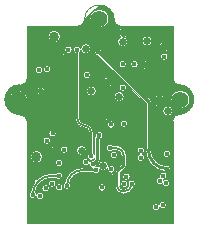
<source format=gbr>
G04 EasyPC Gerber Version 21.0.3 Build 4286 *
G04 #@! TF.Part,Single*
G04 #@! TF.FileFunction,Copper,L2,Inr *
G04 #@! TF.FilePolarity,Positive *
%FSLAX35Y35*%
%MOIN*%
%ADD10C,0.00001*%
%ADD18C,0.00600*%
%ADD17C,0.00800*%
%ADD19C,0.01000*%
%ADD16C,0.01100*%
G04 #@! TA.AperFunction,ViaPad*
%ADD12C,0.01700*%
%ADD14C,0.02000*%
%ADD13C,0.02600*%
%ADD15C,0.03400*%
G04 #@! TA.AperFunction,WasherPad*
%ADD11C,0.05500*%
X0Y0D02*
D02*
D10*
X63284Y41250D02*
G75*
G03X58284Y46250I-5000D01*
G01*
G75*
G02X56284Y48250J2000*
G01*
Y65750*
X38784*
G75*
G02X36784Y67750J2000*
G01*
G75*
G03X26784I-5000*
G01*
G75*
G02X24784Y65750I-2000*
G01*
X7784*
Y48250*
G75*
G02X5784Y46250I-2000*
G01*
X5284*
G75*
G03X250Y41216J-5034*
G01*
Y41216*
Y41215*
G75*
G03X5284Y36181I5034*
G01*
X5353*
G75*
G02X7784Y33750J-2431*
G01*
Y250*
X56284*
Y34250*
G75*
G02X58284Y36250I2000*
G01*
G75*
G03X63284Y41250J5000*
G01*
X40084Y65238D02*
G75*
G02X41572Y63750I-200J-1689D01*
G01*
X41169*
G75*
G03X40084Y64835I-1285J-200*
G01*
Y65238*
X42234Y53050D02*
G75*
G02X44734I1250D01*
G01*
G75*
G02X42234I-1250*
G01*
X45984Y60750D02*
G75*
G02X49384I1700D01*
G01*
G75*
G02X45984I-1700*
G01*
X46500Y52550D02*
G75*
G03X47584Y51465I1285J200D01*
G01*
Y51062*
G75*
G02X46096Y52550I200J1689*
G01*
X46500*
X46096Y52950D02*
G75*
G02X47584Y54438I1689J-200D01*
G01*
Y54035*
G75*
G03X46500Y52950I200J-1285*
G01*
X46096*
X49069Y52550D02*
X49472D01*
G75*
G02X47984Y51062I-1689J200*
G01*
Y51465*
G75*
G03X49069Y52550I-200J1285*
G01*
X47984Y54438D02*
G75*
G02X49472Y52950I-200J-1689D01*
G01*
X49069*
G75*
G03X47984Y54035I-1285J-200*
G01*
Y54438*
X50196Y40550D02*
G75*
G03X51684Y39062I1689J200D01*
G01*
Y38659*
G75*
G02X49794Y40550I200J2091*
G01*
X50196*
X49794Y40950D02*
G75*
G02X51684Y42841I2091J-200D01*
G01*
Y42438*
G75*
G03X50196Y40950I200J-1689*
G01*
X49794*
X52000Y58550D02*
G75*
G03X53084Y57465I1285J200D01*
G01*
Y57062*
G75*
G02X51596Y58550I200J1689*
G01*
X52000*
X53572Y40550D02*
X53975D01*
G75*
G02X52084Y38659I-2091J200*
G01*
Y39062*
G75*
G03X53572Y40550I-200J1689*
G01*
X52884Y37450D02*
G75*
G02X56284I1700D01*
G01*
G75*
G02X52884I-1700*
G01*
X53034Y23189D02*
G75*
G02X55534I1250D01*
G01*
G75*
G02X54559Y21969I-1250*
G01*
G75*
G02X55518Y20950I-275J-1219*
G01*
X55110*
G75*
G03X54484Y21576I-827J-201*
G01*
Y21955*
G75*
G02X54084I-200J1234*
G01*
Y21576*
G75*
G03X53458Y20950I201J-827*
G01*
X53050*
G75*
G02X54009Y21969I1234J-200*
G01*
G75*
G02X53034Y23189I275J1219*
G01*
X55110Y20550D02*
X55518D01*
G75*
G02X54484Y19516I-1234J200*
G01*
Y19924*
G75*
G03X55110Y20550I-201J827*
G01*
X53458D02*
G75*
G03X54084Y19924I827J201D01*
G01*
Y19516*
G75*
G02X53050Y20550I200J1234*
G01*
X53458*
X52084Y42841D02*
G75*
G02X53975Y40950I-200J-2091D01*
G01*
X53572*
G75*
G03X52084Y42438I-1689J-200*
G01*
Y42841*
X52134Y55550D02*
G75*
G02X54634I1250D01*
G01*
G75*
G02X52134I-1250*
G01*
X51596Y58950D02*
G75*
G02X53084Y60438I1689J-200D01*
G01*
Y60035*
G75*
G03X52000Y58950I200J-1285*
G01*
X51596*
X54569Y58550D02*
X54972D01*
G75*
G02X53484Y57062I-1689J200*
G01*
Y57465*
G75*
G03X54569Y58550I-200J1285*
G01*
X53484Y60438D02*
G75*
G02X54972Y58950I-200J-1689D01*
G01*
X54569*
G75*
G03X53484Y60035I-1285J-200*
G01*
Y60438*
X55634Y41250D02*
G75*
G02X61934I3150D01*
G01*
G75*
G02X55634I-3150*
G01*
X41169Y63350D02*
X41572D01*
G75*
G02X40516Y61972I-1689J200*
G01*
G75*
G02X41284Y60550I-932J-1422*
G01*
G75*
G02X37884I-1700*
G01*
G75*
G02X38952Y62128I1700*
G01*
G75*
G02X38196Y63350I932J1422*
G01*
X38600*
G75*
G03X39684Y62265I1285J200*
G01*
Y62247*
G75*
G02X40084Y62175I-101J-1697*
G01*
Y62265*
G75*
G03X41169Y63350I-200J1285*
G01*
X38334Y53050D02*
G75*
G02X40834I1250D01*
G01*
G75*
G02X38334I-1250*
G01*
X38196Y63750D02*
G75*
G02X39684Y65238I1689J-200D01*
G01*
Y64835*
G75*
G03X38600Y63750I200J-1285*
G01*
X38196*
X28634Y68250D02*
G75*
G02X34934I3150D01*
G01*
G75*
G02X28634I-3150*
G01*
X53540Y19254D02*
G75*
G02X55534Y18250I744J-1004D01*
G01*
G75*
G02X53413Y17354I-1250*
G01*
G75*
G02X47234Y24350I872J6996*
G01*
Y39957*
X31491Y55700*
G75*
G02X30234Y56950I-7J1250*
G01*
G75*
G02X32716Y57161I1250*
G01*
X48856Y41022*
G75*
G02X49134Y40350I-673J-672*
G01*
Y24350*
Y24350*
G75*
G03X53540Y19254I5150*
G01*
X51639Y6157D02*
G75*
G02X54134Y6050I1245J-107D01*
G01*
G75*
G02X51930Y5243I-1250*
G01*
G75*
G02X49434Y5350I-1245J107*
G01*
G75*
G02X51639Y6157I1250*
G01*
X53101Y14335D02*
G75*
G02X55234Y13450I883J-885D01*
G01*
G75*
G02X52767Y13165I-1250*
G01*
G75*
G02X50634Y14050I-883J885*
G01*
G75*
G02X51963Y15298I1250*
G01*
G75*
G02X51834Y15850I1121J552*
G01*
G75*
G02X54334I1250*
G01*
G75*
G02X53006Y14602I-1250*
G01*
G75*
G02X53101Y14335I-1120J-552*
G01*
X33500Y46939D02*
G75*
G03X34584Y45854I1285J200D01*
G01*
Y45451*
G75*
G02X33096Y46939I200J1689*
G01*
X33500*
X34258Y35128D02*
G75*
G03X34884Y34502I827J201D01*
G01*
Y34094*
G75*
G02X33850Y35128I200J1234*
G01*
X34258*
X41334Y13150D02*
G75*
G02X43834I1250D01*
G01*
G75*
G02X43200Y12062I-1250J0*
G01*
G75*
G02X40084Y9850I-3115J1088*
G01*
X39484*
G75*
G02X36984Y12350J2500*
G01*
Y17050*
G75*
G02X37219Y17616I801J0*
G01*
X39184Y19581*
Y22450*
G75*
G03X37284Y24350I-1900*
G01*
X36345*
G75*
G02X34134Y25150I-961J800*
G01*
G75*
G02X36345Y25950I1250*
G01*
X37284*
G75*
G02X40784Y22450J-3500*
G01*
Y19250*
G75*
G02X40550Y18684I-801J0*
G01*
X38584Y16719*
Y12350*
G75*
G03X39484Y11450I900*
G01*
X40084*
G75*
G03X41600Y12380I0J1700*
G01*
G75*
G02X41334Y13150I985J770*
G01*
X40434Y14350D02*
G75*
G02X41334Y13150I-350J-1200D01*
G01*
G75*
G02X38834I-1250*
G01*
G75*
G02X40434Y14350I1250*
G01*
X39534Y15550D02*
G75*
G02X42034I1250D01*
G01*
G75*
G02X40434Y14350I-1250*
G01*
G75*
G02X39534Y15550I350J1200*
G01*
X35334Y22750D02*
G75*
G02X37834I1250D01*
G01*
G75*
G02X35334I-1250*
G01*
X35619Y34198D02*
G75*
G02X36934Y32950I65J-1248D01*
G01*
G75*
G02X34434I-1250*
G01*
G75*
G02X35284Y34134I1250*
G01*
Y34502*
G75*
G03X35910Y35128I-201J827*
G01*
X36318*
G75*
G02X35619Y34198I-1234J200*
G01*
X33850Y35528D02*
G75*
G02X34884Y36562I1234J-200D01*
G01*
Y36154*
G75*
G03X34258Y35528I201J-827*
G01*
X33850*
X33096Y47339D02*
G75*
G02X34584Y48827I1689J-200D01*
G01*
Y48424*
G75*
G03X33500Y47339I200J-1285*
G01*
X33096*
X36069Y46939D02*
X36472D01*
G75*
G02X34984Y45451I-1689J200*
G01*
Y45854*
G75*
G03X36069Y46939I-200J1285*
G01*
X35284Y36562D02*
G75*
G02X36318Y35528I-200J-1234D01*
G01*
X35910*
G75*
G03X35284Y36154I-827J-201*
G01*
Y36562*
X34984Y48827D02*
G75*
G02X36472Y47339I-200J-1689D01*
G01*
X36069*
G75*
G03X34984Y48424I-1285J-200*
G01*
Y48827*
X36684Y42250D02*
G75*
G02X40084I1700D01*
G01*
G75*
G02X36684I-1700*
G01*
X38734Y33250D02*
G75*
G02X41234I1250D01*
G01*
G75*
G02X38734I-1250*
G01*
X38334Y45250D02*
G75*
G02X40834I1250D01*
G01*
G75*
G02X38334I-1250*
G01*
X42458Y15450D02*
G75*
G03X43084Y14824I827J201D01*
G01*
Y14416*
G75*
G02X42050Y15450I200J1234*
G01*
X42458*
X42050Y15850D02*
G75*
G02X43084Y16884I1234J-200D01*
G01*
Y16476*
G75*
G03X42458Y15850I201J-827*
G01*
X42050*
X44110Y15450D02*
X44518D01*
G75*
G02X43484Y14416I-1234J200*
G01*
Y14824*
G75*
G03X44110Y15450I-201J827*
G01*
X43484Y16884D02*
G75*
G02X44518Y15850I-200J-1234D01*
G01*
X44110*
G75*
G03X43484Y16476I-827J-201*
G01*
Y16884*
X44334Y24250D02*
G75*
G02X46834I1250D01*
G01*
G75*
G02X45934Y23050I-1250*
G01*
G75*
G02X46834Y21850I-350J-1200*
G01*
G75*
G02X44334I-1250*
G01*
G75*
G02X45234Y23050I1250*
G01*
G75*
G02X44334Y24250I350J1200*
G01*
X17324Y16650D02*
G75*
G02X19534Y15850I961J-800D01*
G01*
G75*
G02X17324Y15050I-1250*
G01*
X15884*
G75*
G03X10457Y10444I0J-5500*
G01*
G75*
G02X10831Y9633I-873J-894*
G01*
G75*
G02X13234Y9150I1153J-483*
G01*
G75*
G02X10737Y9067I-1250*
G01*
G75*
G02X8334Y9550I-1153J483*
G01*
G75*
G02X8857Y10567I1250*
G01*
G75*
G02X10272Y13899I7027J-1017*
G01*
G75*
G02X9984Y13816I-488J1152*
G01*
Y14224*
G75*
G03X10610Y14850I-201J827*
G01*
X11018*
G75*
G02X10979Y14683I-1233J201*
G01*
G75*
G02X15884Y16650I4905J-5133*
G01*
X17324*
X12634Y11650D02*
G75*
G02X15134I1250D01*
G01*
G75*
G02X12634I-1250*
G01*
X14834Y13250D02*
G75*
G02X17334I1250D01*
G01*
G75*
G02X14834I-1250*
G01*
X17134Y11950D02*
G75*
G02X19634I1250D01*
G01*
G75*
G02X17134I-1250*
G01*
X8958Y14850D02*
G75*
G03X9584Y14224I827J201D01*
G01*
Y13816*
G75*
G02X8550Y14850I200J1234*
G01*
X8958*
X8550Y15250D02*
G75*
G02X9584Y16284I1234J-200D01*
G01*
Y15876*
G75*
G03X8958Y15250I201J-827*
G01*
X8550*
X8684Y22150D02*
G75*
G02X12884I2100D01*
G01*
G75*
G02X8684I-2100*
G01*
X9984Y16284D02*
G75*
G02X11018Y15250I-200J-1234D01*
G01*
X10610*
G75*
G03X9984Y15876I-827J-201*
G01*
Y16284*
X10434Y51150D02*
G75*
G02X12934I1250D01*
G01*
G75*
G02X10434I-1250*
G01*
X11304Y43850D02*
G75*
G03X12084Y43070I981J201D01*
G01*
Y42664*
G75*
G02X10898Y43850I200J1385*
G01*
X11304*
X10898Y44250D02*
G75*
G02X12084Y45436I1385J-200D01*
G01*
Y45030*
G75*
G03X11304Y44250I201J-981*
G01*
X10898*
X13264Y43850D02*
X13670D01*
G75*
G02X12484Y42664I-1385J200*
G01*
Y43070*
G75*
G03X13264Y43850I-201J981*
G01*
X13034Y27550D02*
G75*
G02X15534I1250D01*
G01*
G75*
G02X13034I-1250*
G01*
X12484Y45436D02*
G75*
G02X13670Y44250I-200J-1385D01*
G01*
X13264*
G75*
G03X12484Y45030I-981J-201*
G01*
Y45436*
X13134Y51350D02*
G75*
G02X15634I1250D01*
G01*
G75*
G02X13134I-1250*
G01*
X14934Y29950D02*
G75*
G02X17434I1250D01*
G01*
G75*
G02X14934I-1250*
G01*
X16258Y24350D02*
G75*
G03X16884Y23724I827J201D01*
G01*
Y23316*
G75*
G02X15850Y24350I200J1234*
G01*
X16258*
X15850Y24750D02*
G75*
G02X16884Y25784I1234J-200D01*
G01*
Y25376*
G75*
G03X16258Y24750I201J-827*
G01*
X15850*
X17134Y20150D02*
G75*
G02X19634I1250D01*
G01*
G75*
G02X17134I-1250*
G01*
X17910Y24350D02*
X18318D01*
G75*
G02X17284Y23316I-1234J200*
G01*
Y23724*
G75*
G03X17910Y24350I-201J827*
G01*
X17284Y25784D02*
G75*
G02X18318Y24750I-200J-1234D01*
G01*
X17910*
G75*
G03X17284Y25376I-827J-201*
G01*
Y25784*
X14684Y62250D02*
G75*
G02X18884I2100D01*
G01*
G75*
G02X14684I-2100*
G01*
X18158Y56850D02*
G75*
G03X18784Y56224I827J201D01*
G01*
Y55816*
G75*
G02X17750Y56850I200J1234*
G01*
X18158*
X17750Y57250D02*
G75*
G02X18784Y58284I1234J-200D01*
G01*
Y57876*
G75*
G03X18158Y57250I201J-827*
G01*
X17750*
X18834Y24550D02*
G75*
G02X21334I1250D01*
G01*
G75*
G02X18834I-1250*
G01*
X34729Y18720D02*
G75*
G02X37034Y18050I1055J-670D01*
G01*
G75*
G02X35948Y16811I-1250*
G01*
G75*
G02X36718Y15850I-464J-1161*
G01*
X36310*
G75*
G03X35684Y16476I-827J-201*
G01*
Y16804*
G75*
G02X34534Y18050I100J1246*
G01*
G75*
G02X34561Y18308I1250J1*
G01*
G75*
G02X31924Y17907I-1477J842*
G01*
G75*
G02X31934Y17750I-1239J-157*
G01*
G75*
G02X29724Y16950I-1250*
G01*
X26184*
G75*
G03X21873Y13429I0J-4400*
G01*
G75*
G02X22234Y12550I-889J-879*
G01*
G75*
G02X19734I-1250*
G01*
G75*
G02X20273Y13578I1250*
G01*
G75*
G02X26184Y18550I5912J-1028*
G01*
X29234*
G75*
G02X28337Y19675I350J1200*
G01*
G75*
G02X26034Y20350I-1052J675*
G01*
G75*
G02X28532Y20425I1250*
G01*
G75*
G02X29659Y20998I1052J-675*
G01*
X30084Y21422*
Y21540*
G75*
G02X27834Y22290I-1000J750*
G01*
G75*
G02X28384Y23326I1250*
G01*
Y30250*
G75*
G03X26684Y31950I-1700*
G01*
G75*
G02X23684Y34950J3000*
G01*
Y56815*
G75*
G02X23134Y57850I700J1035*
G01*
G75*
G02X25585Y58198I1250*
G01*
G75*
G02X28984Y58150I1699J-48*
G01*
G75*
G02X25631Y57756I-1700*
G01*
G75*
G02X25084Y56815I-1246J94*
G01*
Y34950*
Y34950*
G75*
G03X26684Y33350I1600*
G01*
G75*
G02X29784Y30250J-3100*
G01*
Y30250*
Y23326*
G75*
G02X30084Y23040I-700J-1035*
G01*
Y28450*
Y28450*
G75*
G02X30348Y29086I898*
G01*
X30537Y29275*
G75*
G02X30534Y29350I1246J77*
G01*
G75*
G02X33034I1250*
G01*
G75*
G02X31913Y28107I-1250*
G01*
X31884Y28078*
Y21050*
Y21050*
G75*
G02X31620Y20414I-898*
G01*
X30828Y19621*
G75*
G02X30581Y18996I-1243J129*
G01*
G75*
G02X31431Y18752I103J-1246*
G01*
G75*
G02X31384Y19150I1653J398*
G01*
G75*
G02X34784I1700*
G01*
G75*
G02X34729Y18720I-1700J-1*
G01*
X24162Y24250D02*
G75*
G02X27562I1700D01*
G01*
G75*
G02X24162I-1700*
G01*
X26334Y49450D02*
G75*
G02X28834I1250D01*
G01*
G75*
G02X26334I-1250*
G01*
X27384Y44050D02*
G75*
G02X30784I1700D01*
G01*
G75*
G02X27384I-1700*
G01*
X27958Y46939D02*
G75*
G03X28584Y46313I827J201D01*
G01*
Y45905*
G75*
G02X27550Y46939I200J1234*
G01*
X27958*
X27550Y47339D02*
G75*
G02X28584Y48373I1234J-200D01*
G01*
Y47965*
G75*
G03X27958Y47339I201J-827*
G01*
X27550*
X29610Y46939D02*
X30018D01*
G75*
G02X28984Y45905I-1234J200*
G01*
Y46313*
G75*
G03X29610Y46939I-201J827*
G01*
X28984Y48373D02*
G75*
G02X30018Y47339I-200J-1234D01*
G01*
X29610*
G75*
G03X28984Y47965I-827J-201*
G01*
Y48373*
X36310Y15450D02*
X36718D01*
G75*
G02X35684Y14416I-1234J200*
G01*
Y14824*
G75*
G03X36310Y15450I-201J827*
G01*
X34658D02*
G75*
G03X35284Y14824I827J201D01*
G01*
Y14416*
G75*
G02X34250Y15450I200J1234*
G01*
X34658*
X34250Y15850D02*
G75*
G02X35284Y16884I1234J-200D01*
G01*
Y16476*
G75*
G03X34658Y15850I201J-827*
G01*
X34250*
X31434Y11950D02*
G75*
G02X33934I1250D01*
G01*
G75*
G02X31434I-1250*
G01*
X27410Y11750D02*
X27818D01*
G75*
G02X26784Y10716I-1234J200*
G01*
Y11124*
G75*
G03X27410Y11750I-201J827*
G01*
X26784Y13184D02*
G75*
G02X27818Y12150I-200J-1234D01*
G01*
X27410*
G75*
G03X26784Y12776I-827J-201*
G01*
Y13184*
X25758Y11750D02*
G75*
G03X26384Y11124I827J201D01*
G01*
Y10716*
G75*
G02X25350Y11750I200J1234*
G01*
X25758*
X25350Y12150D02*
G75*
G02X26384Y13184I1234J-200D01*
G01*
Y12776*
G75*
G03X25758Y12150I201J-827*
G01*
X25350*
X19810Y56850D02*
X20218D01*
G75*
G02X19184Y55816I-1234J200*
G01*
Y56224*
G75*
G03X19810Y56850I-201J827*
G01*
X19184Y58284D02*
G75*
G02X20218Y57250I-200J-1234D01*
G01*
X19810*
G75*
G03X19184Y57876I-827J-201*
G01*
Y58284*
X20234Y57850D02*
G75*
G02X22734I1250D01*
G01*
G75*
G02X20234I-1250*
G01*
X2041Y41050D02*
G75*
G03X4584Y38507I2743J200D01*
G01*
Y38106*
G75*
G02X1641Y41050I200J3143*
G01*
X2041*
X1641Y41450D02*
G75*
G02X4584Y44394I3143J-200D01*
G01*
Y43993*
G75*
G03X2041Y41450I200J-2743*
G01*
X1641*
X7527Y41050D02*
X7928D01*
G75*
G02X4984Y38106I-3143J200*
G01*
Y38507*
G75*
G03X7527Y41050I-200J2743*
G01*
X4984Y44394D02*
G75*
G02X7928Y41450I-200J-3143D01*
G01*
X7527*
G75*
G03X4984Y43993I-2743J-200*
G01*
Y44394*
X56284Y5700D02*
G36*
X54084D01*
G75*
G02X51930Y5243I-1200J350*
G01*
G75*
G02X49434Y5350I-1245J107*
G01*
G75*
G02X49484Y5700I1250*
G01*
X7784*
Y250*
X56284*
Y5700*
G37*
Y11650D02*
G36*
X43024D01*
G75*
G02X40084Y9850I-2939J1500*
G01*
X39484*
G75*
G02X37084Y11650J2500*
G01*
X33898*
G75*
G02X31471I-1213J300*
G01*
X27798*
G75*
G02X26784Y10716I-1213J300*
G01*
Y11124*
G75*
G03X27379Y11650I-201J827*
G01*
X25789*
G75*
G03X26384Y11124I796J301*
G01*
Y10716*
G75*
G02X25371Y11650I200J1234*
G01*
X21852*
G75*
G02X20117I-867J900*
G01*
X19598*
G75*
G02X17171I-1213J300*
G01*
X15134*
G75*
G02X12634I-1250*
G01*
X10801*
G75*
G03X10457Y10444I5084J-2101*
G01*
G75*
G02X10831Y9633I-874J-895*
G01*
G75*
G02X13234Y9150I1153J-483*
G01*
G75*
G02X10737Y9067I-1250*
G01*
G75*
G02X8334Y9550I-1153J483*
G01*
G75*
G02X8857Y10567I1251J-1*
G01*
G75*
G02X9102Y11650I7022J-1016*
G01*
X7784*
Y5700*
X49484*
G75*
G02X51639Y6157I1200J-350*
G01*
G75*
G02X54134Y6050I1245J-107*
G01*
G75*
G02X54084Y5700I-1250*
G01*
X56284*
Y11650*
G37*
X40884D02*
G36*
X38919D01*
G75*
G03X39484Y11450I566J700*
G01*
X40084*
G75*
G03X40884Y11650I0J1700*
G01*
G37*
X9765Y13150D02*
G36*
X7784D01*
Y11650*
X9102*
G75*
G02X9765Y13150I6778J-2098*
G01*
G37*
X17171Y11650D02*
G36*
G75*
G02X17134Y11950I1213J300D01*
G01*
G75*
G02X18034Y13150I1250*
G01*
X17330*
G75*
G02X14838I-1246J100*
G01*
X11726*
G75*
G03X10801Y11650I4159J-3600*
G01*
X12634*
G75*
G02X15134I1250*
G01*
X17171*
G37*
X19888Y13150D02*
G36*
X18734D01*
G75*
G02X19634Y11950I-350J-1200*
G01*
G75*
G02X19598Y11650I-1250J0*
G01*
X20117*
G75*
G02X19734Y12550I867J900*
G01*
G75*
G02X19888Y13150I1251J0*
G01*
G37*
X31471Y11650D02*
G36*
G75*
G02X31434Y11950I1213J300D01*
G01*
G75*
G02X32334Y13150I1250*
G01*
X26934*
G75*
G02X27818Y12150I-350J-1200*
G01*
X27410*
G75*
G03X26784Y12776I-827J-201*
G01*
Y13150*
X26384*
Y12776*
G75*
G03X25758Y12150I201J-827*
G01*
X25350*
G75*
G02X26234Y13150I1234J-200*
G01*
X22081*
G75*
G02X22234Y12551I-1095J-599*
G01*
G75*
G02Y12550I-1410J0*
G01*
G75*
G02X21852Y11650I-1250*
G01*
X25371*
G75*
G02X25350Y11750I1214J300*
G01*
X25758*
G75*
G03X25789Y11650I827J202*
G01*
X27379*
G75*
G03X27410Y11750I-796J302*
G01*
X27818*
G75*
G02X27798Y11650I-1234J200*
G01*
X31471*
G37*
X37084D02*
G36*
G75*
G02X36984Y12350I2400J700D01*
G01*
Y13150*
X33034*
G75*
G02X33934Y11950I-350J-1200*
G01*
G75*
G02X33898Y11650I-1250J0*
G01*
X37084*
G37*
X40884D02*
G36*
G75*
G03X41600Y12380I-800J1500D01*
G01*
G75*
G02X41334Y13150I985J770*
G01*
G75*
G02X38834I-1250*
G01*
X38584*
Y12350*
G75*
G03X38919Y11650I900*
G01*
X40884*
G37*
X56284Y13150D02*
G36*
X55198D01*
G75*
G02X52771I-1213J300*
G01*
X52752*
G75*
G02X51017I-868J900*
G01*
X43834*
G75*
G02X43200Y12062I-1251J1*
G01*
G75*
G02X43024Y11650I-3115J1087*
G01*
X56284*
Y13150*
G37*
X10534Y14650D02*
G36*
X9035D01*
G75*
G03X9584Y14224I751J401*
G01*
Y13816*
G75*
G02X8600Y14650I200J1234*
G01*
X7784*
Y13150*
X9765*
G75*
G02X10272Y13899I6115J-3598*
G01*
G75*
G02X9984Y13816I-483J1133*
G01*
Y14224*
G75*
G03X10534Y14650I-201J827*
G01*
G37*
X20564D02*
G36*
X18635D01*
G75*
G02X17934I-350J1200*
G01*
X13826*
G75*
G03X11726Y13150I2059J-5101*
G01*
X14838*
G75*
G02X14834Y13250I1246J99*
G01*
G75*
G02X17334I1250*
G01*
G75*
G02X17330Y13150I-1250J-1*
G01*
X18034*
G75*
G02X18734I350J-1200*
G01*
X19888*
G75*
G02X20273Y13578I1097J-600*
G01*
G75*
G02X20564Y14650I5911J-1029*
G01*
G37*
X36984D02*
G36*
X36234D01*
G75*
G02X35684Y14416I-750J1000*
G01*
Y14650*
X35284*
Y14416*
G75*
G02X34734Y14650I200J1234*
G01*
X22317*
G75*
G03X21873Y13429I3866J-2099*
G01*
G75*
G02X22081Y13150I-887J-879*
G01*
X26234*
G75*
G02X26384Y13184I350J-1201*
G01*
Y13150*
X26784*
Y13184*
G75*
G02X26934Y13150I-200J-1235*
G01*
X32334*
G75*
G02X33034I350J-1200*
G01*
X36984*
Y14650*
G37*
X50788D02*
G36*
X44034D01*
G75*
G02X43484Y14416I-750J1000*
G01*
Y14650*
X43084*
Y14416*
G75*
G02X42534Y14650I200J1234*
G01*
X41652*
G75*
G02X40434Y14350I-867J900*
G01*
G75*
G02X39917Y14650I350J1200*
G01*
X38584*
Y13150*
X38834*
G75*
G02X40434Y14350I1250*
G01*
G75*
G02X41334Y13150I-350J-1200*
G01*
G75*
G02X43834I1250*
G01*
X51017*
G75*
G02X50634Y14050I868J900*
G01*
G75*
G02X50788Y14650I1250J0*
G01*
G37*
X53633D02*
G36*
X53435D01*
G75*
G02X53006Y14602I-350J1200*
G01*
G75*
G02X53101Y14335I-1121J-552*
G01*
G75*
G02X53633Y14650I883J-885*
G01*
G37*
X52771Y13150D02*
G36*
G75*
G02X52767Y13165I1214J295D01*
G01*
G75*
G02X52752Y13150I-883J891*
G01*
X52771*
G37*
X56284Y14650D02*
G36*
X54335D01*
G75*
G02X55234Y13450I-351J-1200*
G01*
G75*
G02X55198Y13150I-1250J0*
G01*
X56284*
Y14650*
G37*
X17934D02*
G36*
G75*
G02X17324Y15050I350J1200D01*
G01*
X15884*
G75*
G03X13826Y14650I0J-5501*
G01*
X17934*
G37*
X12454Y15767D02*
G36*
X10808D01*
G75*
G02X11018Y15250I-1024J-717*
G01*
X10610*
G75*
G03X10240Y15767I-827J-201*
G01*
X9328*
G75*
G03X8958Y15250I457J-718*
G01*
X8550*
G75*
G02X8760Y15767I1234J-200*
G01*
X7784*
Y14650*
X8600*
G75*
G02X8550Y14850I1184J400*
G01*
X8958*
G75*
G03X9035Y14650I827J201*
G01*
X10534*
G75*
G03X10610Y14850I-751J401*
G01*
X11018*
G75*
G02X10979Y14683I-1201J193*
G01*
G75*
G02X12454Y15767I4904J-5131*
G01*
G37*
X21119D02*
G36*
X19531D01*
G75*
G02X18635Y14650I-1247J83*
G01*
X20564*
G75*
G02X21119Y15767I5621J-2099*
G01*
G37*
X36984D02*
G36*
X23182D01*
G75*
G03X22317Y14650I3001J-3216*
G01*
X34734*
G75*
G02X34250Y15450I750J1000*
G01*
X34658*
G75*
G03X35284Y14824I827J201*
G01*
Y14650*
X35684*
Y14824*
G75*
G03X36310Y15450I-201J827*
G01*
X36718*
G75*
G02X36234Y14650I-1234J200*
G01*
X36984*
Y15767*
G37*
X39553D02*
G36*
X38584D01*
Y14650*
X39917*
G75*
G02X39534Y15550I867J900*
G01*
G75*
G02X39553Y15767I1250J0*
G01*
G37*
X51837D02*
G36*
X42015D01*
G75*
G02X42034Y15550I-1231J-217*
G01*
G75*
G02X41652Y14650I-1250*
G01*
X42534*
G75*
G02X42050Y15450I750J1000*
G01*
X42458*
G75*
G03X43084Y14824I827J201*
G01*
Y14650*
X43484*
Y14824*
G75*
G03X44110Y15450I-201J827*
G01*
X44518*
G75*
G02X44034Y14650I-1234J200*
G01*
X50788*
G75*
G02X51963Y15298I1096J-600*
G01*
G75*
G02X51837Y15767I1124J553*
G01*
G37*
X56284D02*
G36*
X54331D01*
G75*
G02X53435Y14650I-1247J83*
G01*
X53633*
G75*
G02X54335I351J-1200*
G01*
X56284*
Y15767*
G37*
X12454D02*
G36*
G75*
G02X13899Y16367I3429J-6217D01*
G01*
X7784*
Y15767*
X8760*
G75*
G02X9584Y16284I1024J-717*
G01*
Y15876*
G75*
G03X9328Y15767I201J-827*
G01*
X10240*
G75*
G03X9984Y15876I-457J-718*
G01*
Y16284*
G75*
G02X10808Y15767I-200J-1234*
G01*
X12454*
G37*
X21555Y16367D02*
G36*
X19422D01*
G75*
G02X19534Y15850I-1139J-517*
G01*
G75*
G02X19531Y15767I-1252*
G01*
X21119*
G75*
G02X21555Y16367I5065J-3218*
G01*
G37*
X36984D02*
G36*
X36508D01*
G75*
G02X36718Y15850I-1024J-717*
G01*
X36310*
G75*
G03X35940Y16367I-827J-201*
G01*
X35028*
G75*
G03X34658Y15850I457J-718*
G01*
X34250*
G75*
G02X34460Y16367I1234J-200*
G01*
X23994*
G75*
G03X23182Y15767I2189J-3815*
G01*
X36984*
Y16367*
G37*
X39553Y15767D02*
G36*
G75*
G02X39838Y16367I1231J-217D01*
G01*
X38584*
Y15767*
X39553*
G37*
X51837D02*
G36*
G75*
G02X51834Y15850I1250J83D01*
G01*
G75*
G02X51946Y16367I1250*
G01*
X44308*
G75*
G02X44518Y15850I-1024J-717*
G01*
X44110*
G75*
G03X43740Y16367I-827J-201*
G01*
X42828*
G75*
G03X42458Y15850I457J-718*
G01*
X42050*
G75*
G02X42260Y16367I1234J-200*
G01*
X41730*
G75*
G02X42015Y15767I-946J-817*
G01*
X51837*
G37*
X56284Y16367D02*
G36*
X54222D01*
G75*
G02X54334Y15850I-1138J-517*
G01*
G75*
G02X54331Y15767I-1250*
G01*
X56284*
Y16367*
G37*
Y20033D02*
G36*
X55308D01*
G75*
G02X54484Y19516I-1024J717*
G01*
Y19924*
G75*
G03X54740Y20033I-201J827*
G01*
X53828*
G75*
G03X54084Y19924I457J718*
G01*
Y19516*
G75*
G02X53260Y20033I200J1234*
G01*
X51475*
G75*
G03X53540Y19254I2808J4317*
G01*
G75*
G02X55534Y18250I745J-1004*
G01*
Y18250*
G75*
G02X53413Y17354I-1250*
G01*
G75*
G02X48710Y20033I872J6996*
G01*
X40784*
Y19250*
G75*
G02X40550Y18684I-801J0*
G01*
X38584Y16719*
Y16367*
X39838*
G75*
G02X41730I946J-817*
G01*
X42260*
G75*
G02X43084Y16884I1024J-717*
G01*
Y16476*
G75*
G03X42828Y16367I201J-827*
G01*
X43740*
G75*
G03X43484Y16476I-457J-718*
G01*
Y16884*
G75*
G02X44308Y16367I-200J-1234*
G01*
X51946*
G75*
G02X54222I1138J-517*
G01*
X56284*
Y20033*
G37*
X26075D02*
G36*
X19629D01*
G75*
G02X17140I-1244J117*
G01*
X7784*
Y16367*
X13899*
G75*
G02X15884Y16650I1985J-6815*
G01*
X17324*
G75*
G02X19422Y16367I961J-800*
G01*
X21555*
G75*
G02X26184Y18550I4630J-3817*
G01*
X29234*
G75*
G02X28337Y19675I350J1200*
G01*
G75*
G02X26075Y20033I-1052J675*
G01*
G37*
X31631D02*
G36*
X31240D01*
X30828Y19621*
G75*
G02X30581Y18996I-1240J128*
G01*
G75*
G02X31431Y18752I104J-1245*
G01*
G75*
G02X31384Y19149I1647J397*
G01*
G75*
G02Y19150I2051J0*
G01*
G75*
G02X31631Y20033I1700*
G01*
G37*
X35940Y16367D02*
G36*
G75*
G03X35684Y16476I-457J-718D01*
G01*
Y16804*
G75*
G02X34534Y18050I100J1246*
G01*
Y18050*
G75*
G02X34561Y18308I1255*
G01*
G75*
G02X31924Y17907I-1477J841*
G01*
G75*
G02X31934Y17753I-1198J-154*
G01*
G75*
G02Y17750I-1203J-2*
G01*
G75*
G02X29724Y16950I-1250*
G01*
X26184*
G75*
G03X23994Y16367I-1J-4399*
G01*
X34460*
G75*
G02X35284Y16884I1024J-717*
G01*
Y16476*
G75*
G03X35028Y16367I201J-827*
G01*
X35940*
G37*
X39184Y20033D02*
G36*
X34537D01*
G75*
G02X34784Y19150I-1453J-883*
G01*
Y19150*
G75*
G02X34729Y18720I-1701*
G01*
G75*
G02X37034Y18050I1055J-670*
G01*
Y18050*
G75*
G02X35948Y16811I-1250*
G01*
G75*
G02X36508Y16367I-463J-1161*
G01*
X36984*
Y17050*
G75*
G02X37219Y17616I801J0*
G01*
X39184Y19581*
Y20033*
G37*
X27901Y22694D02*
G36*
X26547D01*
G75*
G02X25177I-685J1556*
G01*
X12813*
G75*
G02X12884Y22150I-2028J-544*
G01*
G75*
G02X8684I-2100*
G01*
G75*
G02X8756Y22694I2100J0*
G01*
X7784*
Y20033*
X17140*
G75*
G02X17134Y20150I1244J117*
G01*
G75*
G02X19634I1250*
G01*
G75*
G02X19629Y20033I-1250J0*
G01*
X26075*
G75*
G02X26034Y20350I1209J317*
G01*
G75*
G02X28532Y20425I1250*
G01*
G75*
G02X29659Y20998I1052J-676*
G01*
X30084Y21422*
Y21540*
G75*
G02X27834Y22290I-1000J750*
G01*
G75*
G02X27901Y22694I1250J0*
G01*
G37*
X39184Y20033D02*
G36*
Y22450D01*
G75*
G03X39169Y22694I-1900*
G01*
X37833*
G75*
G02X35335I-1249J56*
G01*
X31884*
Y21050*
Y21050*
G75*
G02X31620Y20414I-898*
G01*
X31240Y20033*
X31631*
G75*
G02X34537I1453J-883*
G01*
X39184*
G37*
X48710D02*
G36*
G75*
G02X47431Y22694I5574J4317D01*
G01*
X46506*
G75*
G02X46834Y21850I-922J-844*
G01*
G75*
G02X44334I-1250*
G01*
G75*
G02X44662Y22694I1250*
G01*
X40776*
G75*
G02X40784Y22450I-3492J-246*
G01*
Y22450*
Y20033*
X48710*
G37*
X56284Y22694D02*
G36*
X55432D01*
G75*
G02X54559Y21969I-1148J495*
G01*
G75*
G02X55518Y20950I-275J-1219*
G01*
X55110*
G75*
G03X54484Y21576I-827J-201*
G01*
Y21955*
G75*
G02X54084I-200J1231*
G01*
Y21576*
G75*
G03X53458Y20950I201J-827*
G01*
X53050*
G75*
G02X54009Y21969I1234J-200*
G01*
G75*
G02X53136Y22694I275J1219*
G01*
X49407*
G75*
G03X51475Y20033I4876J1655*
G01*
X53260*
G75*
G02X53050Y20550I1024J717*
G01*
X53458*
G75*
G03X53828Y20033I827J201*
G01*
X54740*
G75*
G03X55110Y20550I-457J718*
G01*
X55518*
G75*
G02X55308Y20033I-1234J200*
G01*
X56284*
Y22694*
G37*
X8756D02*
G36*
G75*
G02X9528Y23833I2028J-544D01*
G01*
X7784*
Y22694*
X8756*
G37*
X24214Y23833D02*
G36*
X21108D01*
G75*
G02X19060I-1024J717*
G01*
X18108*
G75*
G02X17284Y23316I-1024J717*
G01*
Y23724*
G75*
G03X17540Y23833I-201J827*
G01*
X16628*
G75*
G03X16884Y23724I457J718*
G01*
Y23316*
G75*
G02X16060Y23833I200J1234*
G01*
X12040*
G75*
G02X12813Y22694I-1256J-1683*
G01*
X25177*
G75*
G02X24214Y23833I685J1556*
G01*
G37*
X27901Y22694D02*
G36*
G75*
G02X28384Y23326I1183J-404D01*
G01*
Y23833*
X27510*
G75*
G02X26547Y22694I-1648J417*
G01*
X27901*
G37*
X30084Y23833D02*
G36*
X29784D01*
Y23326*
G75*
G02X30084Y23040I-707J-1043*
G01*
Y23833*
G37*
X35335Y22694D02*
G36*
G75*
G02X35334Y22750I1249J54D01*
G01*
G75*
G02X35960Y23833I1250*
G01*
X31884*
Y22694*
X35335*
G37*
X39169D02*
G36*
G75*
G03X38587Y23833I-1884J-244D01*
G01*
X37208*
G75*
G02X37834Y22750I-624J-1083*
G01*
G75*
G02X37833Y22694I-1250J-2*
G01*
X39169*
G37*
X44406Y23833D02*
G36*
X40500D01*
G75*
G02X40776Y22694I-3215J-1382*
G01*
X44662*
G75*
G02X45234Y23050I922J-844*
G01*
G75*
G02X44406Y23833I350J1200*
G01*
G37*
X47431Y22694D02*
G36*
G75*
G02X47253Y23833I6853J1657D01*
G01*
X46763*
G75*
G02X45934Y23050I-1178J417*
G01*
G75*
G02X46506Y22694I-350J-1200*
G01*
X47431*
G37*
X53136D02*
G36*
G75*
G02X53034Y23188I1148J494D01*
G01*
Y23189*
G75*
G02X53213Y23833I1250J0*
G01*
X49160*
G75*
G03X49407Y22694I5124J516*
G01*
X53136*
G37*
X56284Y23833D02*
G36*
X55355D01*
G75*
G02X55534Y23189I-1071J-645*
G01*
G75*
G02X55432Y22694I-1250*
G01*
X56284*
Y23833*
G37*
X19060Y25267D02*
G36*
X18108D01*
G75*
G02X18318Y24750I-1024J-717*
G01*
X17910*
G75*
G03X17540Y25267I-827J-201*
G01*
X16628*
G75*
G03X16258Y24750I457J-718*
G01*
X15850*
G75*
G02X16060Y25267I1234J-200*
G01*
X7784*
Y23833*
X9528*
G75*
G02X12040I1256J-1683*
G01*
X16060*
G75*
G02X15850Y24350I1024J717*
G01*
X16258*
G75*
G03X16628Y23833I827J201*
G01*
X17540*
G75*
G03X17910Y24350I-457J718*
G01*
X18318*
G75*
G02X18108Y23833I-1234J200*
G01*
X19060*
G75*
G02X18834Y24550I1024J717*
G01*
G75*
G02X19060Y25267I1250*
G01*
G37*
X24214Y23833D02*
G36*
G75*
G02X24162Y24250I1648J417D01*
G01*
G75*
G02X24500Y25267I1700*
G01*
X21108*
G75*
G02X21334Y24550I-1024J-717*
G01*
G75*
G02X21108Y23833I-1250*
G01*
X24214*
G37*
X28384Y25267D02*
G36*
X27224D01*
G75*
G02X27562Y24250I-1362J-1017*
G01*
G75*
G02X27510Y23833I-1700J0*
G01*
X28384*
Y25267*
G37*
X30084D02*
G36*
X29784D01*
Y23833*
X30084*
Y25267*
G37*
X38587Y23833D02*
G36*
G75*
G03X37284Y24350I-1303J-1383D01*
G01*
X36345*
G75*
G02X34134Y25150I-961J800*
G01*
G75*
G02X34140Y25267I1251J0*
G01*
X31884*
Y23833*
X35960*
G75*
G02X37208I624J-1083*
G01*
X38587*
G37*
X44406D02*
G36*
G75*
G02X44334Y24250I1178J417D01*
G01*
G75*
G02X44857Y25267I1250*
G01*
X39362*
G75*
G02X40500Y23833I-2077J-2817*
G01*
X44406*
G37*
X47253D02*
G36*
G75*
G02X47234Y24350I7033J516D01*
G01*
Y25267*
X46311*
G75*
G02X46834Y24250I-727J-1017*
G01*
G75*
G02X46763Y23833I-1250J0*
G01*
X47253*
G37*
X56284Y25267D02*
G36*
X49134D01*
Y24350*
Y24350*
Y24349*
G75*
G03X49160Y23833I5150J0*
G01*
X53213*
G75*
G02X55355I1071J-644*
G01*
X56284*
Y25267*
G37*
X28384Y27550D02*
G36*
X15534D01*
G75*
G02X13034I-1250*
G01*
X7784*
Y25267*
X16060*
G75*
G02X16884Y25784I1024J-717*
G01*
Y25376*
G75*
G03X16628Y25267I201J-827*
G01*
X17540*
G75*
G03X17284Y25376I-457J-718*
G01*
Y25784*
G75*
G02X18108Y25267I-200J-1234*
G01*
X19060*
G75*
G02X21108I1024J-717*
G01*
X24500*
G75*
G02X27224I1362J-1017*
G01*
X28384*
Y27550*
G37*
X30084D02*
G36*
X29784D01*
Y25267*
X30084*
Y27550*
G37*
X47234D02*
G36*
X31884D01*
Y25267*
X34140*
G75*
G02X36345Y25950I1244J-117*
G01*
X37284*
G75*
G02X39362Y25267I0J-3500*
G01*
X44857*
G75*
G02X46311I727J-1017*
G01*
X47234*
Y27550*
G37*
X56284D02*
G36*
X49134D01*
Y25267*
X56284*
Y27550*
G37*
X28384Y29950D02*
G36*
X17434D01*
G75*
G02X14934I-1250*
G01*
X7784*
Y27550*
X13034*
G75*
G02X15534I1250*
G01*
X28384*
Y29950*
G37*
X30688D02*
G36*
X29784D01*
Y27550*
X30084*
Y28450*
Y28450*
G75*
G02X30348Y29086I898*
G01*
X30537Y29275*
G75*
G02X30534Y29350I1768J93*
G01*
G75*
G02X30688Y29950I1250J0*
G01*
G37*
X47234D02*
G36*
X32881D01*
G75*
G02X33034Y29350I-1096J-600*
G01*
G75*
G02X31913Y28107I-1250*
G01*
X31884Y28078*
Y27550*
X47234*
Y29950*
G37*
X56284D02*
G36*
X49134D01*
Y27550*
X56284*
Y29950*
G37*
X28384D02*
G36*
Y30250D01*
Y30250*
G75*
G03X26684Y31950I-1700*
G01*
G75*
G02X24212Y33250I0J3000*
G01*
X7784*
Y29950*
X14934*
G75*
G02X17434I1250*
G01*
X28384*
G37*
X47234Y33250D02*
G36*
X41234D01*
G75*
G02X38734I-1250*
G01*
X36898*
G75*
G02X36934Y32950I-1214J-300*
G01*
G75*
G02X34434I-1250*
G01*
G75*
G02X34471Y33250I1251J0*
G01*
X27465*
G75*
G02X29784Y30250I-781J-3000*
G01*
Y30250*
Y29950*
X30688*
G75*
G02X32881I1096J-600*
G01*
X47234*
Y33250*
G37*
X56284D02*
G36*
X49134D01*
Y29950*
X56284*
Y33250*
G37*
X24212D02*
G36*
G75*
G02X23704Y34611I2472J1699D01*
G01*
X7627*
G75*
G02X7784Y33750I-2274J-861*
G01*
Y33250*
X24212*
G37*
X34471D02*
G36*
G75*
G02X35284Y34134I1214J-301D01*
G01*
Y34502*
G75*
G03X35540Y34611I-201J827*
G01*
X34628*
G75*
G03X34884Y34502I457J718*
G01*
Y34094*
G75*
G02X34060Y34611I200J1234*
G01*
X25120*
G75*
G03X26684Y33350I1563J339*
G01*
G75*
G02X27465Y33250I0J-3100*
G01*
X34471*
G37*
X47234Y34611D02*
G36*
X36108D01*
G75*
G02X35619Y34198I-1024J717*
G01*
G75*
G02X36898Y33250I65J-1248*
G01*
X38734*
G75*
G02X41234I1250*
G01*
X47234*
Y34611*
G37*
X56317D02*
G36*
X49134D01*
Y33250*
X56284*
Y34250*
G75*
G02X56317Y34611I2000J-1*
G01*
G37*
X23704D02*
G36*
G75*
G02X23684Y34950I2981J340D01*
G01*
Y34950*
Y36045*
X6156*
G75*
G02X7627Y34611I-804J-2295*
G01*
X23704*
G37*
X47234Y36045D02*
G36*
X36108D01*
G75*
G02X36318Y35528I-1024J-717*
G01*
X35910*
G75*
G03X35540Y36045I-827J-201*
G01*
X34628*
G75*
G03X34258Y35528I457J-718*
G01*
X33850*
G75*
G02X34060Y36045I1234J-200*
G01*
X25084*
Y34950*
Y34950*
G75*
G03X25120Y34611I1600*
G01*
X34060*
G75*
G02X33850Y35128I1024J717*
G01*
X34258*
G75*
G03X34628Y34611I827J201*
G01*
X35540*
G75*
G03X35910Y35128I-457J718*
G01*
X36318*
G75*
G02X36108Y34611I-1234J201*
G01*
X47234*
Y36045*
G37*
X57402D02*
G36*
X55541D01*
G75*
G02X53627I-957J1406*
G01*
X49134*
Y34611*
X56317*
G75*
G02X57402Y36045I1967J-361*
G01*
G37*
X23684Y37450D02*
G36*
X1943D01*
G75*
G03X5284Y36181I3341J3765*
G01*
X5353*
G75*
G02X6156Y36045J-2432*
G01*
X23684*
Y37450*
G37*
X47234D02*
G36*
X25084D01*
Y36045*
X34060*
G75*
G02X34884Y36562I1024J-717*
G01*
Y36154*
G75*
G03X34628Y36045I201J-827*
G01*
X35540*
G75*
G03X35284Y36154I-457J-718*
G01*
Y36562*
G75*
G02X36108Y36045I-200J-1234*
G01*
X47234*
Y37450*
G37*
X52884D02*
G36*
X49134D01*
Y36045*
X53627*
G75*
G02X52884Y37450I957J1405*
G01*
G37*
X61534D02*
G36*
X56284D01*
G75*
G02X55541Y36045I-1700*
G01*
X57402*
G75*
G02X58284Y36250I882J-1795*
G01*
G75*
G03X61534Y37450I0J5000*
G01*
G37*
X23684Y39605D02*
G36*
X7471D01*
G75*
G02X4984Y38106I-2686J1645*
G01*
Y38507*
G75*
G03X6988Y39605I-200J2743*
G01*
X2580*
G75*
G03X4584Y38507I2204J1645*
G01*
Y38106*
G75*
G02X2098Y39605I199J3143*
G01*
X515*
G75*
G03X1943Y37450I4769J1610*
G01*
X23684*
Y39605*
G37*
X47234D02*
G36*
X25084D01*
Y37450*
X47234*
Y39605*
G37*
X63006D02*
G36*
X61470D01*
G75*
G02X56098I-2686J1645*
G01*
X53644*
G75*
G02X52084Y38659I-1760J1145*
G01*
Y39062*
G75*
G03X53141Y39605I-200J1689*
G01*
X50628*
G75*
G03X51684Y39062I1257J1146*
G01*
Y38659*
G75*
G02X50124Y39605I200J2090*
G01*
X49134*
Y37450*
X52884*
G75*
G02X56284I1700*
G01*
X61534*
G75*
G03X63006Y39605I-3250J3799*
G01*
G37*
X23684Y41895D02*
G36*
X7868D01*
G75*
G02X7928Y41450I-3083J-644*
G01*
X7527*
G75*
G03X7458Y41895I-2743J-199*
G01*
X2111*
G75*
G03X2041Y41450I2674J-644*
G01*
X1641*
G75*
G02X1701Y41895I3143J-198*
G01*
X296*
G75*
G03X250Y41216I4989J-680*
G01*
Y41216*
Y41215*
Y41214*
G75*
G03X515Y39605I5033J1*
G01*
X2098*
G75*
G02X1641Y41050I2686J1644*
G01*
X2041*
G75*
G03X2580Y39605I2743J200*
G01*
X6988*
G75*
G03X7527Y41050I-2204J1645*
G01*
X7928*
G75*
G02X7471Y39605I-3143J199*
G01*
X23684*
Y41895*
G37*
X47234Y39605D02*
G36*
Y39957D01*
X45296Y41895*
X40047*
G75*
G02X36722I-1663J355*
G01*
X25084*
Y39605*
X47234*
G37*
X55701Y41895D02*
G36*
X53644D01*
G75*
G02X53975Y40950I-1760J-1145*
G01*
X53572*
G75*
G03X53141Y41895I-1689J-200*
G01*
X50628*
G75*
G03X50196Y40950I1257J-1146*
G01*
X49794*
G75*
G02X50124Y41895I2091J-200*
G01*
X47982*
X48856Y41022*
G75*
G02X49134Y40350I-673J-672*
G01*
Y39605*
X50124*
G75*
G02X49794Y40550I1760J1145*
G01*
X50196*
G75*
G03X50628Y39605I1689J200*
G01*
X53141*
G75*
G03X53572Y40550I-1257J1146*
G01*
X53975*
G75*
G02X53644Y39605I-2091J200*
G01*
X56098*
G75*
G02X55634Y41250I2686J1645*
G01*
G75*
G02X55701Y41895I3150J-1*
G01*
G37*
X61867D02*
G36*
G75*
G02X61934Y41250I-3083J-646D01*
G01*
G75*
G02X61470Y39605I-3150*
G01*
X63006*
G75*
G03X63284Y41249I-4721J1645*
G01*
Y41250*
Y41251*
G75*
G03X63243Y41895I-4999*
G01*
X61867*
G37*
X683Y43257D02*
G36*
G75*
G03X296Y41895I4602J-2042D01*
G01*
X1701*
G75*
G02X2356Y43257I3083J-645*
G01*
X683*
G37*
X7458Y41895D02*
G36*
G75*
G03X6665Y43257I-2674J-645D01*
G01*
X2904*
G75*
G03X2111Y41895I1880J-2007*
G01*
X7458*
G37*
X23684Y43257D02*
G36*
X13439D01*
G75*
G02X12484Y42664I-1154J793*
G01*
Y43070*
G75*
G03X12894Y43257I-200J981*
G01*
X11675*
G75*
G03X12084Y43070I610J794*
G01*
Y42664*
G75*
G02X11130Y43257I200J1386*
G01*
X7212*
G75*
G02X7868Y41895I-2428J-2007*
G01*
X23684*
Y43257*
G37*
X36722Y41895D02*
G36*
G75*
G02X36684Y42250I1663J355D01*
G01*
G75*
G02X37015Y43257I1700*
G01*
X30588*
G75*
G02X27580I-1504J793*
G01*
X25084*
Y41895*
X36722*
G37*
X45296D02*
G36*
X43934Y43257D01*
X39754*
G75*
G02X40084Y42250I-1370J-1007*
G01*
G75*
G02X40047Y41895I-1700*
G01*
X45296*
G37*
X55701D02*
G36*
G75*
G02X56356Y43257I3083J-644D01*
G01*
X46620*
X47982Y41895*
X50124*
G75*
G02X51684Y42841I1760J-1145*
G01*
Y42438*
G75*
G03X50628Y41895I200J-1689*
G01*
X53141*
G75*
G03X52084Y42438I-1257J-1146*
G01*
Y42841*
G75*
G02X53644Y41895I-200J-2090*
G01*
X55701*
G37*
X61867D02*
G36*
X63243D01*
G75*
G03X62864Y43257I-4958J-645*
G01*
X61212*
G75*
G02X61867Y41895I-2428J-2006*
G01*
G37*
X23684Y44843D02*
G36*
X13439D01*
G75*
G02X13670Y44250I-1154J-792*
G01*
X13264*
G75*
G03X12894Y44843I-980J-200*
G01*
X11675*
G75*
G03X11304Y44250I610J-793*
G01*
X10898*
G75*
G02X11130Y44843I1385J-199*
G01*
X1793*
G75*
G03X683Y43257I3491J-3627*
G01*
X2356*
G75*
G02X4584Y44394I2428J-2006*
G01*
Y43993*
G75*
G03X2904Y43257I200J-2743*
G01*
X6665*
G75*
G03X4984Y43993I-1880J-2007*
G01*
Y44394*
G75*
G02X7212Y43257I-200J-3143*
G01*
X11130*
G75*
G02X10898Y43850I1154J792*
G01*
X11304*
G75*
G03X11675Y43257I980J200*
G01*
X12894*
G75*
G03X13264Y43850I-610J793*
G01*
X13670*
G75*
G02X13439Y43257I-1385J199*
G01*
X23684*
Y44843*
G37*
X27580D02*
G36*
X25084D01*
Y43257*
X27580*
G75*
G02X27384Y44050I1504J793*
G01*
G75*
G02X27580Y44843I1700J0*
G01*
G37*
X43934Y43257D02*
G36*
X42348Y44843D01*
X40766*
G75*
G02X38402I-1182J407*
G01*
X30588*
G75*
G02X30784Y44050I-1504J-793*
G01*
G75*
G02X30588Y43257I-1700J0*
G01*
X37015*
G75*
G02X39754I1370J-1007*
G01*
X43934*
G37*
X61762Y44843D02*
G36*
X45035D01*
X46620Y43257*
X56356*
G75*
G02X61212I2428J-2007*
G01*
X62864*
G75*
G03X61762Y44843I-4579J-2006*
G01*
G37*
X23684Y46195D02*
G36*
X4542D01*
G75*
G03X1793Y44843I743J-4980*
G01*
X11130*
G75*
G02X12084Y45436I1154J-793*
G01*
Y45030*
G75*
G03X11675Y44843I200J-981*
G01*
X12894*
G75*
G03X12484Y45030I-610J-794*
G01*
Y45436*
G75*
G02X13439Y44843I-200J-1386*
G01*
X23684*
Y46195*
G37*
X38402Y44843D02*
G36*
G75*
G02X38334Y45250I1182J407D01*
G01*
G75*
G02X38766Y46195I1250*
G01*
X36198*
G75*
G02X34984Y45451I-1414J944*
G01*
Y45854*
G75*
G03X35678Y46195I-200J1285*
G01*
X33891*
G75*
G03X34584Y45854I894J944*
G01*
Y45451*
G75*
G02X33371Y46195I201J1689*
G01*
X29604*
G75*
G02X28984Y45905I-819J944*
G01*
Y46195*
X28584*
Y45905*
G75*
G02X27965Y46195I200J1234*
G01*
X25084*
Y44843*
X27580*
G75*
G02X30588I1504J-793*
G01*
X38402*
G37*
X42348D02*
G36*
X40996Y46195D01*
X40403*
G75*
G02X40834Y45250I-819J-945*
G01*
G75*
G02X40766Y44843I-1250*
G01*
X42348*
G37*
X59025Y46195D02*
G36*
X43683D01*
X45035Y44843*
X61762*
G75*
G03X59025Y46195I-3477J-3593*
G01*
G37*
X23684Y48083D02*
G36*
X7777D01*
G75*
G02X5784Y46250I-1993J167*
G01*
X5284*
G75*
G03X4542Y46195I0J-5035*
G01*
X23684*
Y48083*
G37*
X40996Y46195D02*
G36*
X39108Y48083D01*
X36198*
G75*
G02X36472Y47339I-1414J-945*
G01*
X36069*
G75*
G03X35678Y48083I-1285J-200*
G01*
X33891*
G75*
G03X33500Y47339I894J-944*
G01*
X33096*
G75*
G02X33371Y48083I1689J-201*
G01*
X29604*
G75*
G02X30018Y47339I-819J-944*
G01*
X29610*
G75*
G03X28984Y47965I-827J-201*
G01*
Y48083*
X28584*
Y47965*
G75*
G03X27958Y47339I201J-827*
G01*
X27550*
G75*
G02X27965Y48083I1234J-200*
G01*
X25084*
Y46195*
X27965*
G75*
G02X27550Y46939I819J944*
G01*
X27958*
G75*
G03X28584Y46313I827J201*
G01*
Y46195*
X28984*
Y46313*
G75*
G03X29610Y46939I-201J827*
G01*
X30018*
G75*
G02X29604Y46195I-1234J200*
G01*
X33371*
G75*
G02X33096Y46939I1414J945*
G01*
X33500*
G75*
G03X33891Y46195I1285J200*
G01*
X35678*
G75*
G03X36069Y46939I-894J944*
G01*
X36472*
G75*
G02X36198Y46195I-1689J201*
G01*
X38766*
G75*
G02X40403I819J-945*
G01*
X40996*
G37*
X56291Y48083D02*
G36*
X41794D01*
X43683Y46195*
X59025*
G75*
G03X58284Y46250I-740J-4944*
G01*
G75*
G02X56291Y48083I0J2000*
G01*
G37*
X23684Y49450D02*
G36*
X7784D01*
Y48250*
G75*
G02X7777Y48083I-2000J1*
G01*
X23684*
Y49450*
G37*
X39108Y48083D02*
G36*
X37741Y49450D01*
X28834*
G75*
G02X26334I-1250*
G01*
X25084*
Y48083*
X27965*
G75*
G02X28584Y48373I819J-944*
G01*
Y48083*
X28984*
Y48373*
G75*
G02X29604Y48083I-200J-1234*
G01*
X33371*
G75*
G02X34584Y48827I1414J-944*
G01*
Y48424*
G75*
G03X33891Y48083I200J-1285*
G01*
X35678*
G75*
G03X34984Y48424I-894J-944*
G01*
Y48827*
G75*
G02X36198Y48083I-201J-1689*
G01*
X39108*
G37*
X56284Y49450D02*
G36*
X40428D01*
X41794Y48083*
X56291*
G75*
G02X56284Y48250I1993J168*
G01*
Y49450*
G37*
Y51806D02*
G36*
X49198D01*
G75*
G02X47984Y51062I-1414J944*
G01*
Y51465*
G75*
G03X48678Y51806I-200J1285*
G01*
X46891*
G75*
G03X47584Y51465I894J944*
G01*
Y51062*
G75*
G02X46371Y51806I201J1689*
G01*
X43606*
G75*
G02X43363I-121J1243*
G01*
X39706*
G75*
G02X39463I-121J1243*
G01*
X38072*
X40428Y49450*
X56284*
Y51806*
G37*
X23684D02*
G36*
X15548D01*
G75*
G02X15634Y51350I-1164J-456*
G01*
G75*
G02X13134I-1250*
G01*
G75*
G02X13220Y51806I1250J0*
G01*
X12748*
G75*
G02X12934Y51150I-1064J-656*
G01*
G75*
G02X10434I-1250*
G01*
G75*
G02X10620Y51806I1250*
G01*
X7784*
Y49450*
X23684*
Y51806*
G37*
X37741Y49450D02*
G36*
X35385Y51806D01*
X25084*
Y49450*
X26334*
G75*
G02X28834I1250*
G01*
X37741*
G37*
X23684Y53050D02*
G36*
X7784D01*
Y51806*
X10620*
G75*
G02X12748I1064J-656*
G01*
X13220*
G75*
G02X15548I1164J-456*
G01*
X23684*
Y53050*
G37*
X35385Y51806D02*
G36*
X34141Y53050D01*
X25084*
Y51806*
X35385*
G37*
X42234Y53050D02*
G36*
X40834D01*
G75*
G02X39706Y51806I-1250*
G01*
X43363*
G75*
G02X42234Y53050I121J1244*
G01*
G37*
X38072Y51806D02*
G36*
X39463D01*
G75*
G02X38334Y53050I121J1244*
G01*
X36828*
X38072Y51806*
G37*
X56284Y53050D02*
G36*
X49457D01*
G75*
G02X49472Y52950I-1674J-302*
G01*
X49069*
G75*
G03X49049Y53050I-1285J-201*
G01*
X46519*
G75*
G03X46500Y52950I1265J-301*
G01*
X46096*
G75*
G02X46111Y53050I1689J-202*
G01*
X44734*
G75*
G02X43606Y51806I-1250*
G01*
X46371*
G75*
G02X46096Y52550I1414J945*
G01*
X46500*
G75*
G03X46891Y51806I1285J200*
G01*
X48678*
G75*
G03X49069Y52550I-894J944*
G01*
X49472*
G75*
G02X49198Y51806I-1689J201*
G01*
X56284*
Y53050*
G37*
Y55550D02*
G36*
X54634D01*
G75*
G02X52134I-1250*
G01*
X34328*
X36828Y53050*
X38334*
G75*
G02X40834I1250*
G01*
X42234*
G75*
G02X44734I1250*
G01*
X46111*
G75*
G02X47584Y54438I1674J-300*
G01*
Y54035*
G75*
G03X46519Y53050I200J-1285*
G01*
X49049*
G75*
G03X47984Y54035I-1265J-300*
G01*
Y54438*
G75*
G02X49457Y53050I-200J-1689*
G01*
X56284*
Y55550*
G37*
X23684D02*
G36*
X7784D01*
Y53050*
X23684*
Y55550*
G37*
X34141Y53050D02*
G36*
X31641Y55550D01*
X25084*
Y53050*
X34141*
G37*
X23684Y56333D02*
G36*
X20008D01*
G75*
G02X19184Y55816I-1024J717*
G01*
Y56224*
G75*
G03X19440Y56333I-201J827*
G01*
X18528*
G75*
G03X18784Y56224I457J718*
G01*
Y55816*
G75*
G02X17960Y56333I200J1234*
G01*
X7784*
Y55550*
X23684*
Y56333*
G37*
X31641Y55550D02*
G36*
X31491Y55700D01*
G75*
G02X30397Y56333I-7J1250*
G01*
X25084*
Y55550*
X31641*
G37*
X52134D02*
G36*
G75*
G02X52410Y56333I1250D01*
G01*
X33544*
X34328Y55550*
X52134*
G37*
X56284Y56333D02*
G36*
X54359D01*
G75*
G02X54634Y55550I-974J-783*
G01*
X56284*
Y56333*
G37*
Y57806D02*
G36*
X54698D01*
G75*
G02X53484Y57062I-1414J944*
G01*
Y57465*
G75*
G03X54178Y57806I-200J1285*
G01*
X52391*
G75*
G03X53084Y57465I894J944*
G01*
Y57062*
G75*
G02X51871Y57806I201J1689*
G01*
X32395*
G75*
G02X32716Y57161I-911J-856*
G01*
X33544Y56333*
X52410*
G75*
G02X54359I974J-783*
G01*
X56284*
Y57806*
G37*
X23135D02*
G36*
X22733D01*
G75*
G02X20235I-1249J44*
G01*
X19980*
G75*
G02X20218Y57250I-996J-756*
G01*
X19810*
G75*
G03X19372Y57806I-827J-201*
G01*
X18596*
G75*
G03X18158Y57250I389J-757*
G01*
X17750*
G75*
G02X17989Y57806I1234J-200*
G01*
X7784*
Y56333*
X17960*
G75*
G02X17750Y56850I1024J717*
G01*
X18158*
G75*
G03X18528Y56333I827J201*
G01*
X19440*
G75*
G03X19810Y56850I-457J718*
G01*
X20218*
G75*
G02X20008Y56333I-1234J200*
G01*
X23684*
Y56815*
G75*
G02X23135Y57806I700J1035*
G01*
G37*
X30397Y56333D02*
G36*
G75*
G02X30234Y56950I1087J617D01*
G01*
Y56950*
G75*
G02X30573Y57806I1250*
G01*
X28949*
G75*
G02X25631Y57756I-1665J344*
G01*
G75*
G02X25084Y56815I-1245J94*
G01*
Y56333*
X30397*
G37*
X56284Y59694D02*
G36*
X54698D01*
G75*
G02X54972Y58950I-1414J-945*
G01*
X54569*
G75*
G03X54178Y59694I-1285J-200*
G01*
X52391*
G75*
G03X52000Y58950I894J-944*
G01*
X51596*
G75*
G02X51871Y59694I1689J-201*
G01*
X49017*
G75*
G02X46352I-1332J1056*
G01*
X41053*
G75*
G02X38115I-1469J856*
G01*
X27995*
G75*
G02X28984Y58150I-711J-1544*
G01*
G75*
G02X28949Y57806I-1700J-1*
G01*
X30573*
G75*
G02X32395I911J-856*
G01*
X51871*
G75*
G02X51596Y58550I1414J945*
G01*
X52000*
G75*
G03X52391Y57806I1285J200*
G01*
X54178*
G75*
G03X54569Y58550I-894J944*
G01*
X54972*
G75*
G02X54698Y57806I-1689J201*
G01*
X56284*
Y59694*
G37*
X23135Y57806D02*
G36*
G75*
G02X23134Y57850I1250J44D01*
G01*
G75*
G02X25585Y58198I1250*
G01*
G75*
G02X26574Y59694I1699J-48*
G01*
X7784*
Y57806*
X17989*
G75*
G02X18784Y58284I996J-756*
G01*
Y57876*
G75*
G03X18596Y57806I201J-828*
G01*
X19372*
G75*
G03X19184Y57876I-389J-757*
G01*
Y58284*
G75*
G02X19980Y57806I-200J-1234*
G01*
X20235*
G75*
G02X20234Y57850I1250J44*
G01*
G75*
G02X22734I1250*
G01*
G75*
G02X22733Y57806I-1250J0*
G01*
X23135*
G37*
X37896Y60750D02*
G36*
X18254D01*
G75*
G02X15315I-1470J1500*
G01*
X7784*
Y59694*
X26574*
G75*
G02X27995I711J-1544*
G01*
X38115*
G75*
G02X37884Y60550I1469J856*
G01*
G75*
G02X37896Y60750I1701*
G01*
G37*
X45984D02*
G36*
X41272D01*
G75*
G02X41284Y60550I-1690J-200*
G01*
G75*
G02X41053Y59694I-1700*
G01*
X46352*
G75*
G02X45984Y60750I1332J1056*
G01*
G37*
X56284D02*
G36*
X49384D01*
G75*
G02X49017Y59694I-1700*
G01*
X51871*
G75*
G02X53084Y60438I1414J-944*
G01*
Y60035*
G75*
G03X52391Y59694I200J-1285*
G01*
X54178*
G75*
G03X53484Y60035I-894J-944*
G01*
Y60438*
G75*
G02X54698Y59694I-201J-1689*
G01*
X56284*
Y60750*
G37*
Y64494D02*
G36*
X41298D01*
G75*
G02X41572Y63750I-1414J-945*
G01*
X41169*
G75*
G03X40778Y64494I-1285J-200*
G01*
X38991*
G75*
G03X38600Y63750I894J-944*
G01*
X38196*
G75*
G02X38471Y64494I1689J-201*
G01*
X7784*
Y60750*
X15315*
G75*
G02X14684Y62250I1470J1500*
G01*
G75*
G02X18884I2100*
G01*
G75*
G02X18254Y60750I-2100*
G01*
X37896*
G75*
G02X38952Y62128I1689J-200*
G01*
G75*
G02X38196Y63350I934J1423*
G01*
X38600*
G75*
G03X39684Y62265I1285J200*
G01*
Y62247*
G75*
G02X40084Y62175I-105J-1718*
G01*
Y62265*
G75*
G03X41169Y63350I-200J1285*
G01*
X41572*
G75*
G02X40516Y61972I-1689J201*
G01*
G75*
G02X41272Y60750I-932J-1422*
G01*
X45984*
G75*
G02X49384I1700*
G01*
X56284*
Y64494*
G37*
X36759Y68250D02*
G36*
X34934D01*
G75*
G02X28634I-3150*
G01*
X26809*
G75*
G03X26784Y67750I4975J-501*
G01*
G75*
G02X24784Y65750I-2000*
G01*
X7784*
Y64494*
X38471*
G75*
G02X39684Y65238I1414J-944*
G01*
Y64835*
G75*
G03X38991Y64494I200J-1285*
G01*
X40778*
G75*
G03X40084Y64835I-894J-944*
G01*
Y65238*
G75*
G02X41298Y64494I-201J-1689*
G01*
X56284*
Y65750*
X38784*
G75*
G02X36784Y67750J2000*
G01*
G75*
G03X36759Y68250I-5000J-1*
G01*
G37*
X31784Y72750D02*
G36*
G75*
G03X26809Y68250J-5000D01*
G01*
X28634*
G75*
G02X34934I3150*
G01*
X36759*
G75*
G03X31784Y72750I-4975J-500*
G01*
G37*
D02*
D11*
X4784Y41250D03*
X31784Y68250D03*
X58784Y41250D03*
D02*
D12*
X9584Y9550D03*
X9784Y15050D03*
X11684Y51150D03*
X11984Y9150D03*
X13884Y11650D03*
X14284Y27550D03*
X14384Y51350D03*
X16084Y13250D03*
X16184Y29950D03*
X17084Y24550D03*
X18284Y15850D03*
X18384Y11950D03*
Y20150D03*
X18984Y57050D03*
X20084Y24550D03*
X20984Y12550D03*
X21484Y57850D03*
X24384D03*
X26584Y11950D03*
X27284Y20350D03*
X27584Y49450D03*
X28784Y47139D03*
X29084Y22290D03*
X29584Y19750D03*
X30684Y17750D03*
X31484Y56950D03*
X31784Y29350D03*
X32684Y11950D03*
X35084Y35328D03*
X35384Y25150D03*
X35484Y15650D03*
X35684Y32950D03*
X35784Y18050D03*
X36584Y22750D03*
X39584Y45250D03*
Y53050D03*
X39984Y33250D03*
X40084Y13150D03*
X40784Y15550D03*
X42584Y13150D03*
X43284Y15650D03*
X43484Y53050D03*
X45584Y21850D03*
Y24250D03*
X50684Y5350D03*
X51884Y14050D03*
X52884Y6050D03*
X53084Y15850D03*
X53384Y55550D03*
X53984Y13450D03*
X54284Y18250D03*
Y20750D03*
Y23189D03*
D02*
D13*
X25862Y24250D03*
X27284Y58150D03*
X29084Y44050D03*
X33084Y19150D03*
X34784Y47139D03*
X38384Y42250D03*
X39584Y60550D03*
X39884Y63550D03*
X47684Y60750D03*
X47784Y52750D03*
X53284Y58750D03*
X54584Y37450D03*
D02*
D14*
X12284Y44050D03*
D02*
D15*
X10784Y22150D03*
X16784Y62250D03*
X51884Y40750D03*
D02*
D16*
X31484Y56950D02*
X31584D01*
X48184Y40350*
Y24350*
G75*
G03X54284Y18250I6100*
G01*
D02*
D17*
X9584Y9550D02*
G75*
G02X15884Y15850I6300D01*
G01*
X18284*
X30684Y17750D02*
X26184D01*
G75*
G03X20984Y12550J-5200*
G01*
X35384Y25150D02*
X37284D01*
G75*
G02X39984Y22450J-2700*
G01*
Y19250*
X37784Y17050*
Y12350*
G75*
G03X39484Y10650I1700*
G01*
X40084*
G75*
G03X42584Y13150J2500*
G01*
X42884D02*
X42584D01*
D02*
D18*
X24384Y57850D02*
Y34950D01*
G75*
G03X26684Y32650I2300*
G01*
G75*
G02X29084Y30250J-2400*
G01*
Y22290*
D02*
D19*
X29584Y19750D02*
X29884D01*
X31784Y29250D02*
Y29350D01*
Y29250*
X30984Y28450*
Y21050*
X29684Y19750*
X29584*
X0Y0D02*
M02*

</source>
